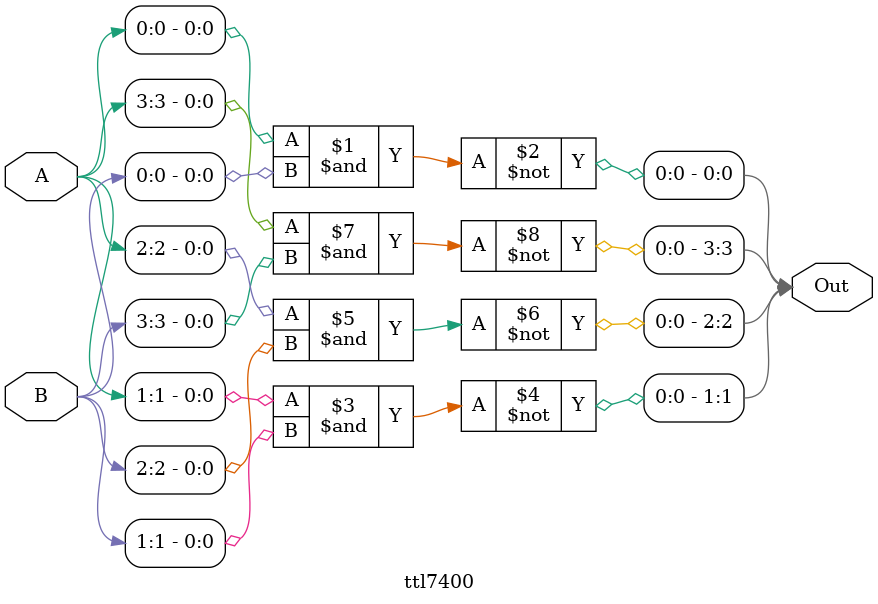
<source format=v>
module ttl7400(Out, A, B);
    output [3:0] Out;
    input [3:0] A;
    input [3:0] B;

    // ON 74LS00 datasheets (turn-on, turn-off)
    nand #(0:10:15,0:9:15) (Out[0], A[0], B[0]);
    nand #(0:10:15,0:9:15) (Out[1], A[1], B[1]);
    nand #(0:10:15,0:9:15) (Out[2], A[2], B[2]);
    nand #(0:10:15,0:9:15) (Out[3], A[3], B[3]);
endmodule

</source>
